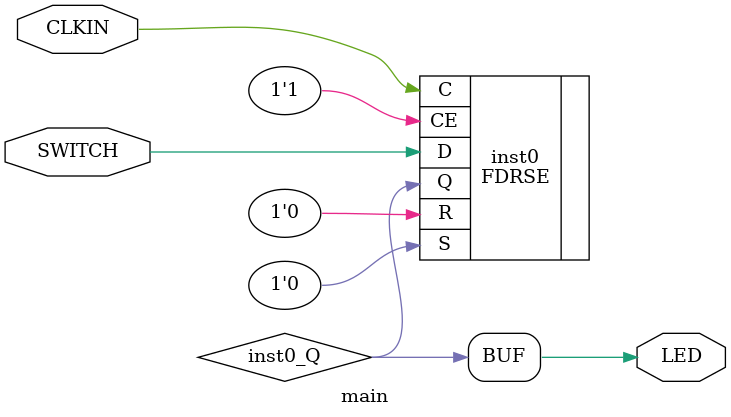
<source format=v>
module main (output [0:0] LED, input  CLKIN, input [0:0] SWITCH);
wire  inst0_Q;
FDRSE #(.INIT(1'h0)) inst0 (.C(CLKIN), .CE(1'b1), .R(1'b0), .S(1'b0), .D(SWITCH[0]), .Q(inst0_Q));
assign LED = {inst0_Q};
endmodule


</source>
